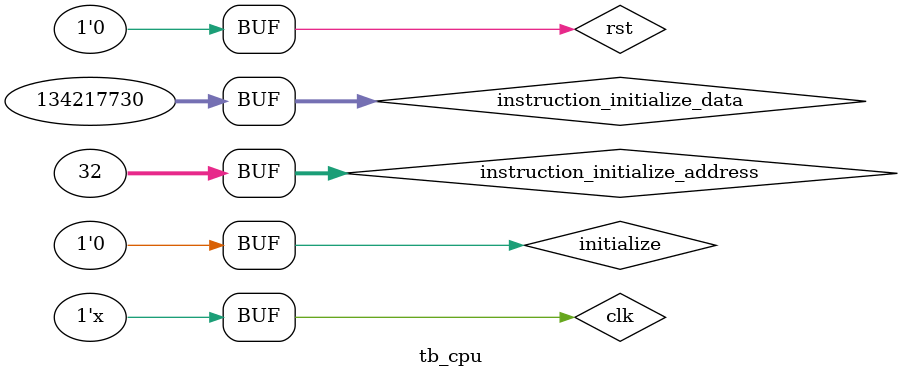
<source format=v>
`timescale 1ns / 1ns


module tb_cpu;

	// Inputs
	reg rst;
	reg clk;
	reg initialize;
	reg [31:0] instruction_initialize_data;
	reg [31:0] instruction_initialize_address;

	// Instantiate the Unit Under Test (UUT)
	cpu uut (
		.rst(rst), 
		.clk(clk), 
		.initialize(initialize), 
		.instruction_initialize_data(instruction_initialize_data), 
		.instruction_initialize_address(instruction_initialize_address)
	);

	initial begin
		// Initialize Inputs
		rst = 1;
		clk = 0;
		initialize = 1;
		instruction_initialize_data = 0;
		instruction_initialize_address = 0;

		#100;
		
		instruction_initialize_address = 0;
		instruction_initialize_data = 32'b000101_00110_00101_00000_00000_00_0001;      // BNE R6, R5, 1
		#20;
      
//		instruction_initialize_address = 0;
//		instruction_initialize_data = 32'b000000_00000_00010_00001_00000_10_0000;      // ADD R1, R0, R2
//		#20;
		instruction_initialize_address = 4;
		instruction_initialize_data = 32'b000000_00100_00100_01000_00000_10_0010;      // SUB R8, R4, $4
		#20;
		
		instruction_initialize_address = 8;
		instruction_initialize_data = 32'b001111_00000_00111_00000_00000_00_0001;      // LUI R7, 1
		#20;
//		instruction_initialize_address = 8;
//		instruction_initialize_data = 32'b000101_00110_00101_00000_00000_00_0001;      // BNE R6, R5, 4
//		#20;
		instruction_initialize_address = 12;
		instruction_initialize_data = 32'b000000_00101_00110_00111_00000_10_0101;      // OR R5, R6, 7
		#20;
		instruction_initialize_address = 16;
		instruction_initialize_data = 32'b101011_00000_01001_00000_00000_00_1100;      // SW R9, 12(R0)
		#20;
		instruction_initialize_address = 20;
		instruction_initialize_data = 32'b100011_00000_01100_00000_00000_00_1100;      // LW R12, 12(R0)
		#20	
//        instruction_initialize_address = 20;
//		instruction_initialize_data = 32'b000100_00000_00000_00000_00000_00_0100;      // BEQ R0, R0, -1
//		#20;

		instruction_initialize_address = 24;
		instruction_initialize_data = 32'b000000_00010_00011_00001_00000_10_1010;      // SLT R1, R2, R3
		#20;
		instruction_initialize_address = 28;
		instruction_initialize_data = 32'b001000_00100_01000_00000_00000_00_0001;      // ADDI R8, R4, 1
		#20;
		
//		instruction_initialize_address = 24;
//		instruction_initialize_data = 32'b001111_00000_00001_00000_00000_00_0001;      // LUI R1, 1
//		#20;
		
//		instruction_initialize_address = 32;
//		instruction_initialize_data = 32'b000101_00110_00101_11111_11111_11_1111;      // BNE R6, R5, -1
//		#20;
		
		instruction_initialize_address = 32;
		instruction_initialize_data = 32'b000010_00000_00000_00000_00000_00_0010;      // J 2 should jump to 8
		#20;

		
		
		
		initialize = 0;
		rst = 0;
		
	end
      
always
#5 clk = ~clk;
endmodule


</source>
